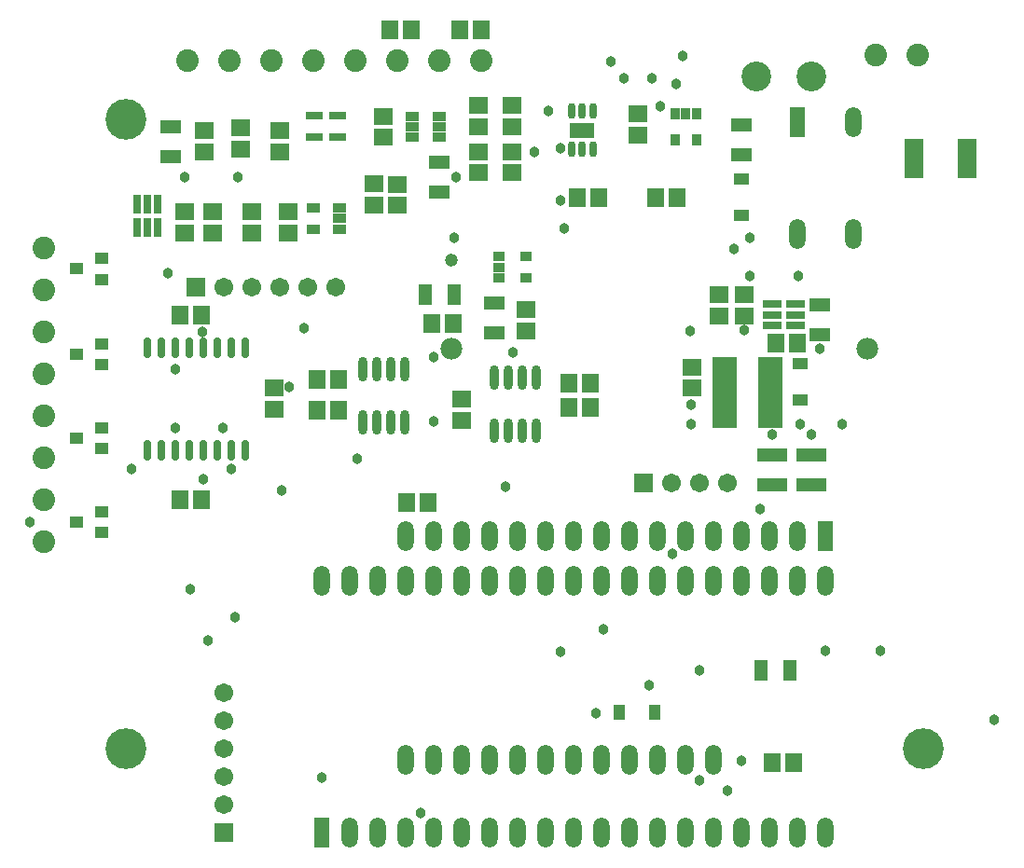
<source format=gbs>
G04*
G04 #@! TF.GenerationSoftware,Altium Limited,Altium Designer,19.1.8 (144)*
G04*
G04 Layer_Color=16711935*
%FSLAX25Y25*%
%MOIN*%
G70*
G01*
G75*
%ADD16R,0.05918X0.06706*%
%ADD21R,0.06706X0.05918*%
%ADD22C,0.08083*%
%ADD23O,0.05800X0.10800*%
%ADD24R,0.05800X0.10800*%
%ADD25R,0.06706X0.06706*%
%ADD26C,0.06706*%
%ADD27R,0.06706X0.06706*%
%ADD28C,0.10642*%
%ADD29C,0.14567*%
%ADD30C,0.07828*%
%ADD31C,0.04698*%
%ADD32C,0.03800*%
%ADD78R,0.11036X0.05131*%
%ADD79R,0.05131X0.03359*%
%ADD80R,0.02965X0.06509*%
%ADD81R,0.02965X0.06509*%
%ADD82R,0.03359X0.04343*%
%ADD83O,0.02572X0.05721*%
%ADD84R,0.08674X0.05721*%
%ADD85R,0.04540X0.04343*%
%ADD86R,0.04540X0.04343*%
%ADD87R,0.04343X0.03359*%
%ADD88R,0.06700X0.14100*%
%ADD89O,0.02965X0.07493*%
%ADD90R,0.05918X0.03162*%
%ADD91R,0.06509X0.02965*%
%ADD92R,0.06509X0.02965*%
%ADD93R,0.07493X0.05131*%
%ADD94O,0.03162X0.08871*%
%ADD95R,0.08674X0.25603*%
%ADD96R,0.05603X0.04383*%
%ADD97R,0.04383X0.05603*%
%ADD98R,0.05131X0.07493*%
D16*
X107740Y108000D02*
D03*
X100260D02*
D03*
X101740Y277000D02*
D03*
X94260D02*
D03*
X119260D02*
D03*
X126740D02*
D03*
X231000Y15000D02*
D03*
X238480D02*
D03*
X68260Y141000D02*
D03*
X75740D02*
D03*
X158260Y142000D02*
D03*
X165740D02*
D03*
X75740Y152000D02*
D03*
X68260D02*
D03*
X165740Y150563D02*
D03*
X158260D02*
D03*
X26702Y174795D02*
D03*
X19222D02*
D03*
X19321Y108871D02*
D03*
X26802D02*
D03*
X232260Y164895D02*
D03*
X239740D02*
D03*
X161260Y217000D02*
D03*
X168740D02*
D03*
X196740D02*
D03*
X189260D02*
D03*
X116740Y172000D02*
D03*
X109260D02*
D03*
D21*
X183000Y246740D02*
D03*
Y239260D02*
D03*
X45000Y204260D02*
D03*
Y211740D02*
D03*
X31000Y204260D02*
D03*
Y211740D02*
D03*
X21000Y204260D02*
D03*
Y211740D02*
D03*
X58000Y204260D02*
D03*
Y211740D02*
D03*
X92000Y246000D02*
D03*
Y238520D02*
D03*
X28000Y240740D02*
D03*
Y233260D02*
D03*
X88398Y221740D02*
D03*
Y214260D02*
D03*
X97000Y214190D02*
D03*
Y221670D02*
D03*
X138000Y225850D02*
D03*
Y233331D02*
D03*
X120000Y137260D02*
D03*
Y144740D02*
D03*
X125823Y225850D02*
D03*
Y233331D02*
D03*
X138000Y249800D02*
D03*
Y242320D02*
D03*
X125823Y242260D02*
D03*
Y249740D02*
D03*
X53000Y148740D02*
D03*
Y141260D02*
D03*
X221000Y182118D02*
D03*
Y174638D02*
D03*
X212000D02*
D03*
Y182118D02*
D03*
X202022Y156361D02*
D03*
Y148881D02*
D03*
X41000Y241740D02*
D03*
Y234260D02*
D03*
X143000Y176740D02*
D03*
Y169260D02*
D03*
X55000Y233260D02*
D03*
Y240740D02*
D03*
D22*
X283000Y267717D02*
D03*
X268000D02*
D03*
X52000Y265841D02*
D03*
X37000D02*
D03*
X22000D02*
D03*
X112000D02*
D03*
X97000D02*
D03*
X82000D02*
D03*
X67000D02*
D03*
X127000D02*
D03*
X-29345Y93871D02*
D03*
Y108871D02*
D03*
Y123871D02*
D03*
Y138871D02*
D03*
Y168871D02*
D03*
Y198871D02*
D03*
Y183871D02*
D03*
Y153871D02*
D03*
D23*
X260000Y204000D02*
D03*
X240000D02*
D03*
X260000Y244000D02*
D03*
X100000Y16000D02*
D03*
X110000D02*
D03*
X120000D02*
D03*
X130000D02*
D03*
X140000D02*
D03*
X150000D02*
D03*
X160000D02*
D03*
X170000D02*
D03*
X180000D02*
D03*
X190000D02*
D03*
X200000D02*
D03*
X210000D02*
D03*
X100000Y96000D02*
D03*
X110000D02*
D03*
X120000D02*
D03*
X130000D02*
D03*
X140000D02*
D03*
X150000D02*
D03*
X160000D02*
D03*
X170000D02*
D03*
X180000D02*
D03*
X190000D02*
D03*
X200000D02*
D03*
X210000D02*
D03*
X220000D02*
D03*
X230000D02*
D03*
X240000D02*
D03*
X80000Y-10000D02*
D03*
X90000D02*
D03*
X100000D02*
D03*
X110000D02*
D03*
X120000D02*
D03*
X130000D02*
D03*
X140000D02*
D03*
X150000D02*
D03*
X160000D02*
D03*
X170000D02*
D03*
X180000D02*
D03*
X190000D02*
D03*
X200000D02*
D03*
X210000D02*
D03*
X220000D02*
D03*
X230000D02*
D03*
X240000D02*
D03*
X250000D02*
D03*
X70000Y80000D02*
D03*
X80000D02*
D03*
X90000D02*
D03*
X100000D02*
D03*
X110000D02*
D03*
X120000D02*
D03*
X130000D02*
D03*
X140000D02*
D03*
X150000D02*
D03*
X160000D02*
D03*
X170000D02*
D03*
X180000D02*
D03*
X190000D02*
D03*
X200000D02*
D03*
X210000D02*
D03*
X220000D02*
D03*
X230000D02*
D03*
X240000D02*
D03*
X250000D02*
D03*
D24*
X240000Y244000D02*
D03*
X250000Y96000D02*
D03*
X70000Y-10000D02*
D03*
D25*
X35000D02*
D03*
D26*
Y0D02*
D03*
Y10000D02*
D03*
Y20000D02*
D03*
Y30000D02*
D03*
Y40000D02*
D03*
X195000Y115000D02*
D03*
X205000D02*
D03*
X215000D02*
D03*
X75000Y185000D02*
D03*
X65000D02*
D03*
X55000D02*
D03*
X45000D02*
D03*
X35000D02*
D03*
D27*
X185000Y115000D02*
D03*
X25000Y185000D02*
D03*
D28*
X245000Y260247D02*
D03*
X225315D02*
D03*
D29*
X0Y245000D02*
D03*
X285000Y20000D02*
D03*
X0D02*
D03*
D30*
X116102Y162740D02*
D03*
X265000D02*
D03*
D31*
X116102Y194630D02*
D03*
D32*
X55369Y112190D02*
D03*
X27462Y116197D02*
D03*
X201497Y169188D02*
D03*
X155086Y234586D02*
D03*
X15000Y189895D02*
D03*
X240190Y189000D02*
D03*
X190862Y249472D02*
D03*
X230862Y132176D02*
D03*
X245000D02*
D03*
X110000Y137000D02*
D03*
Y160000D02*
D03*
X27231Y168926D02*
D03*
X17462Y134611D02*
D03*
X34362D02*
D03*
X2000Y120000D02*
D03*
X37423D02*
D03*
X241000Y136000D02*
D03*
X118000Y224295D02*
D03*
X214882Y5004D02*
D03*
X205000Y8495D02*
D03*
X219924Y15629D02*
D03*
X105062Y-3205D02*
D03*
X205000Y48000D02*
D03*
X269362Y54768D02*
D03*
X250000D02*
D03*
X155086Y216000D02*
D03*
X156362Y206000D02*
D03*
X199000Y267425D02*
D03*
X117315Y202695D02*
D03*
X151000Y247890D02*
D03*
X178000Y259595D02*
D03*
X187962D02*
D03*
X222702Y202577D02*
D03*
X310279Y30195D02*
D03*
X187000Y42524D02*
D03*
X196362Y257595D02*
D03*
X173086Y265520D02*
D03*
X17462Y155678D02*
D03*
X170662Y62395D02*
D03*
X155062Y54395D02*
D03*
X138262Y161595D02*
D03*
X217162Y198495D02*
D03*
X135562Y113395D02*
D03*
X145762Y233295D02*
D03*
X70000Y9395D02*
D03*
X-34538Y100871D02*
D03*
X58262Y149095D02*
D03*
X226562Y105595D02*
D03*
X22962Y77000D02*
D03*
X82662Y123495D02*
D03*
X63362Y170295D02*
D03*
X195062Y89595D02*
D03*
X38962Y66995D02*
D03*
X29257Y58395D02*
D03*
X39862Y224295D02*
D03*
X21000D02*
D03*
X168000Y32559D02*
D03*
X248000Y162740D02*
D03*
X221000Y169402D02*
D03*
X202000Y136000D02*
D03*
Y143000D02*
D03*
X223000Y189000D02*
D03*
X256000Y136000D02*
D03*
D78*
X230763Y114180D02*
D03*
Y124810D02*
D03*
X245000Y114180D02*
D03*
Y124810D02*
D03*
D79*
X102276Y246000D02*
D03*
Y242260D02*
D03*
Y238520D02*
D03*
X111724D02*
D03*
Y242260D02*
D03*
Y246000D02*
D03*
X76244Y213142D02*
D03*
Y209402D02*
D03*
Y205661D02*
D03*
X66795D02*
D03*
Y213142D02*
D03*
D80*
X3740Y214606D02*
D03*
D81*
X7480Y214606D02*
D03*
X11221D02*
D03*
Y206142D02*
D03*
X7480D02*
D03*
X3740D02*
D03*
D82*
X196260Y237535D02*
D03*
X203740D02*
D03*
Y246984D02*
D03*
X200000D02*
D03*
X196260D02*
D03*
D83*
X159063Y234110D02*
D03*
Y247890D02*
D03*
X163000Y234110D02*
D03*
X166937D02*
D03*
X163000Y247890D02*
D03*
X166937D02*
D03*
D84*
X163000Y241000D02*
D03*
D85*
X-8719Y164611D02*
D03*
X-17971Y160871D02*
D03*
Y100871D02*
D03*
X-8719Y104611D02*
D03*
Y134611D02*
D03*
X-17971Y130871D02*
D03*
X-8719Y195111D02*
D03*
X-17971Y191371D02*
D03*
D86*
X-8719Y157131D02*
D03*
Y97131D02*
D03*
Y127131D02*
D03*
Y187631D02*
D03*
D87*
X133276Y188260D02*
D03*
Y192000D02*
D03*
Y195740D02*
D03*
X142725Y188260D02*
D03*
Y195740D02*
D03*
D88*
X281400Y230876D02*
D03*
X300600D02*
D03*
D89*
X7462Y163047D02*
D03*
X12462D02*
D03*
X17462D02*
D03*
X22462D02*
D03*
X27462D02*
D03*
X32462D02*
D03*
X37462D02*
D03*
X42462D02*
D03*
X7462Y126433D02*
D03*
X12462D02*
D03*
X17462D02*
D03*
X22462D02*
D03*
X27462D02*
D03*
X32462D02*
D03*
X37462D02*
D03*
X42462D02*
D03*
D90*
X75394Y238480D02*
D03*
X75360Y246060D02*
D03*
X67126Y246039D02*
D03*
Y238480D02*
D03*
D91*
X230768Y171260D02*
D03*
D92*
X230768Y175000D02*
D03*
Y178740D02*
D03*
X239232D02*
D03*
Y175000D02*
D03*
Y171260D02*
D03*
D93*
X16000Y242315D02*
D03*
Y231685D02*
D03*
X220000Y232220D02*
D03*
Y242850D02*
D03*
X248000Y178378D02*
D03*
Y167748D02*
D03*
X131398Y179315D02*
D03*
Y168685D02*
D03*
X112000Y229591D02*
D03*
Y218961D02*
D03*
D94*
X84500Y155547D02*
D03*
X89500D02*
D03*
X94500D02*
D03*
X99500D02*
D03*
X84500Y136453D02*
D03*
X89500D02*
D03*
X94500D02*
D03*
X99500D02*
D03*
X131398Y152547D02*
D03*
X136398D02*
D03*
X141398D02*
D03*
X146398D02*
D03*
X131398Y133453D02*
D03*
X136398D02*
D03*
X141398D02*
D03*
X146398D02*
D03*
D95*
X230137Y147295D02*
D03*
X213995D02*
D03*
D96*
X241000Y144563D02*
D03*
Y157437D02*
D03*
X220000Y223437D02*
D03*
Y210563D02*
D03*
D97*
X176129Y33000D02*
D03*
X189003D02*
D03*
D98*
X226685Y48000D02*
D03*
X237315D02*
D03*
X117315Y182118D02*
D03*
X106685D02*
D03*
M02*

</source>
